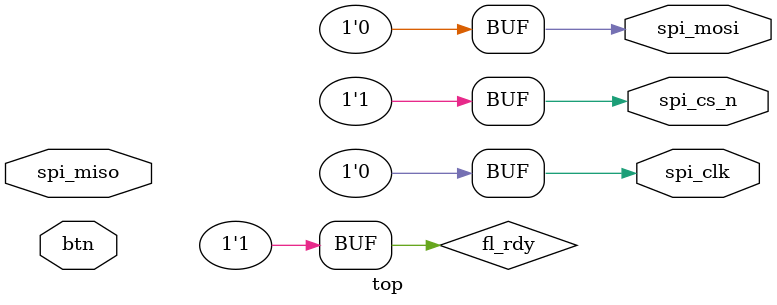
<source format=v>
/*
 * top.v
 *
 * vim: ts=4 sw=4
 *
 * Copyright (C) 2019-2020  Sylvain Munaut <tnt@246tNt.com>
 * SPDX-License-Identifier: CERN-OHL-P-2.0
 */

`default_nettype none
`include "boards.vh"

module top (
	// Special features
`ifdef HAS_VIO
	output reg vio_pdm,
`endif

	// Button
	input  wire btn,

	// LED
`ifdef HAS_1LED
	output wire led,
`endif
`ifdef HAS_2LED
	output wire [1:0] led,
`endif

`ifdef HAS_RGB
	output wire [2:0] rgb,
`endif

	// USB
`ifdef HAS_USB
	output wire usb_dp,
	output wire usb_dn,
	output wire usb_pu,
`endif

	// SPI
	output wire spi_mosi,
	input  wire spi_miso,
	output wire spi_clk,
	output wire spi_cs_n
);

	// FSM
	// ---

	localparam
		ST_START      = 0,
		ST_WAIT       = 1,
		ST_SEL        = 2,
		ST_SEL_WAIT   = 3,
		ST_FLASH_LOCK = 4,
		ST_BOOT       = 5;


	// Signals
	// -------

	// Button input
	wire btn_iob;
	wire btn_v;
	wire btn_r;
	wire btn_f;

	// FSM
	reg  [2:0] state_nxt;
	reg  [2:0] state;

	// Flash locking
	reg  fl_skip_lock;
	wire fl_go;
	wire fl_rdy;

	// Boot selector
	wire boot_now;
	reg  boot_now_r;
	reg  [1:0] boot_sel;

	// Timer/Counter
	reg  [23:0] timer;
	wire timer_tick;
	wire timer_rst;

	// Clock / Reset
	wire clk;
	wire rst;


	// Button
	// ------

	SB_IO #(
		.PIN_TYPE(6'b000000),
		.PULLUP(1'b1),
		.IO_STANDARD("SB_LVCMOS")
	) btn_iob_I (
		.PACKAGE_PIN(btn),
		.INPUT_CLK(clk),
		.D_IN_0(btn_iob)
	);

	glitch_filter #(
		.L(4)
	) btn_flt_I (
		.in  (btn_iob),
		.val (btn_v),
		.rise(btn_r),
		.fall(btn_f),
		.clk (clk),
		.rst (1'b0)	// Ensure the glitch filter has settled
					// before logic here engages
	);


	// State machine
	// -------------

	// Next state logic
	always @(*)
	begin
		// Default is to stay put
		state_nxt = state;

		// Main case
		case (state)
			ST_START:
				// Check for immediate boot
`ifdef HAS_NO_BTN
				state_nxt = ST_FLASH_LOCK;
`else
				state_nxt = btn_v ? ST_FLASH_LOCK : ST_WAIT;
`endif

			ST_WAIT:
				// Wait for first release
				if (btn_v == 1'b1)
					state_nxt = ST_SEL_WAIT;

			ST_SEL:
				// If button press, temporarily disable it
				if (btn_f)
					state_nxt = ST_SEL_WAIT;

				// Or wait for timeout
				else if (timer_tick)
					state_nxt = fl_skip_lock ? ST_BOOT : ST_FLASH_LOCK;

			ST_SEL_WAIT:
				// Wait for button to re-arm
				if (timer_tick)
					state_nxt = ST_SEL;

			ST_FLASH_LOCK:
				if (fl_rdy)
					state_nxt = ST_BOOT;

			ST_BOOT:
				// Nothing to do ... will reconfigure shortly
				state_nxt = state;
		endcase
	end

	// State register
	always @(posedge clk or posedge rst)
		if (rst)
			state <= ST_START;
		else
			state <= state_nxt;


	// Timer
	// -----

	always @(posedge clk)
		if (timer_rst)
			timer <= 24'h000000;
		else
			timer <= timer + 1;

	assign timer_rst  = (btn_v == 1'b0) | timer_tick;
	assign timer_tick = (state == ST_SEL_WAIT) ? timer[17] : timer[23];


	// Flash locking
	// -------------

`ifdef FLASH_LOCK

	// Keep track if we should lock or not
	always @(posedge clk)
		if (rst)
			fl_skip_lock <= 1'b0;
		else if ((state == ST_SEL) & (boot_sel == 2'b00) & btn_f)
			fl_skip_lock <= 1'b1;

	// Go signal
	assign fl_go = (state != ST_FLASH_LOCK) & (state_nxt == ST_FLASH_LOCK);

	// SPI command
	flash_lock #(
		.LOCK_DATA(`FLASH_LOCK)
	) flash_lock_I (
		.spi_mosi (spi_mosi),
		.spi_miso (spi_miso),
		.spi_clk  (spi_clk),
		.spi_cs_n (spi_cs_n),
		.go       (fl_go),
		.rdy      (fl_rdy),
		.clk      (clk),
		.rst      (rst)
	);

`else

	// Dummy
	assign spi_mosi = 1'b0;
	assign spi_clk  = 1'b0;
	assign spi_cs_n = 1'b1;

	assign fl_rdy = 1'b1;

`endif


	// Warm Boot
	// ---------

	// Boot command
	assign boot_now = (state == ST_BOOT);

	always @(posedge clk or posedge rst)
		if (rst)
			boot_now_r <= 1'b0;
		else
			boot_now_r <= boot_now;

	// Image select
	always @(posedge clk or posedge rst)
	begin
		if (rst)
`ifdef HAS_NO_BTN
			boot_sel <= 2'b01;	// DFU Image by default
`else
			boot_sel <= 2'b10;	// App 1 Image by default
`endif
		else if (state == ST_WAIT)
			boot_sel <= 2'b01;	// DFU Image if in select mode
		else if (state == ST_SEL)
			boot_sel <= boot_sel + btn_f;
	end

	// IP
	SB_WARMBOOT warmboot (
		.BOOT(boot_now_r),
		.S0(boot_sel[0]),
		.S1(boot_sel[1])
	);


	// LED
	// ---

	// Normal LEDs
		// Single-LED : Use a flasher
`ifdef HAS_1LED
	wire       led_i;
	wire [3:0] led_flash_cnt;

	led_flasher flasher_I (
		.led       (led_i),
		.flash_cnt (led_flash_cnt),
		.clk       (clk),
		.rst       (rst)
	);

	assign led = ~led_i | boot_now;
	assign led_flash_cnt = 4'h1 + boot_sel;
`endif

		// Two-LED : Display directly
`ifdef HAS_2LED
	assign led = ~boot_sel | {2{boot_now}};
`endif

	// RGB LEDs
`ifdef HAS_RGB
		// Signals
	wire [2:0] rgb_pwm;
	wire       dim;
		// Dimming
`ifdef RGB_DIM
	reg  [`RGB_DIM:0] dim_cnt;

	always @(posedge clk)
		if (dim[`RGB_DIM])
			dim_cnt <= 0;
		else
			dim_cnt <= dim_cnt + 1;

	assign dim = dim[`RGB_DIM];
`else
	assign dim = 1'b1;
`endif

		// Color
	assign rgb_pwm[0] = dim & ~boot_now & boot_sel[0];
	assign rgb_pwm[1] = dim & ~boot_now & boot_sel[1];
	assign rgb_pwm[2] = dim &  boot_now;

		// Driver
	SB_RGBA_DRV #(
		.CURRENT_MODE(`RGB_CURRENT_MODE),
		.RGB0_CURRENT(`RGB0_CURRENT),
		.RGB1_CURRENT(`RGB1_CURRENT),
		.RGB2_CURRENT(`RGB2_CURRENT)
	) rgb_drv_I (
		.RGBLEDEN(1'b1),
		.RGB0PWM(rgb_pwm[(`RGB_MAP >> 0) & 3]),
		.RGB1PWM(rgb_pwm[(`RGB_MAP >> 4) & 3]),
		.RGB2PWM(rgb_pwm[(`RGB_MAP >> 8) & 3]),
		.CURREN(1'b1),
		.RGB0(rgb[0]),
		.RGB1(rgb[1]),
		.RGB2(rgb[2])
	);
`endif


	// Dummy USB
	// ---------
	// (to avoid pullups triggering detection)

`ifdef HAS_USB
	SB_IO #(
		.PIN_TYPE(6'b101000),
		.PULLUP(1'b0),
		.IO_STANDARD("SB_LVCMOS")
	) usb[2:0] (
		.PACKAGE_PIN({usb_dp, usb_dn, usb_pu}),
		.OUTPUT_ENABLE(1'b0),
		.D_OUT_0(1'b0)
	);
`endif


	// Special features
	// ----------------

	// Output a 50% duty cycle VIO which should be ~ 1.65v, enough to
	// read the button state
`ifdef HAS_VIO
	always @(posedge clk)
		vio_pdm <= ~vio_pdm;
`endif


	// Clock / Reset
	// -------------

	reg [7:0] cnt_reset;

	SB_HFOSC #(
		.CLKHF_DIV("0b10")	// 12 MHz
	) osc_I (
		.CLKHFPU(1'b1),
		.CLKHFEN(1'b1),
		.CLKHF(clk)
	);

	assign rst = ~cnt_reset[7];

	always @(posedge clk)
		if (cnt_reset[7] == 1'b0)
			cnt_reset <= cnt_reset + 1;

endmodule // top

</source>
